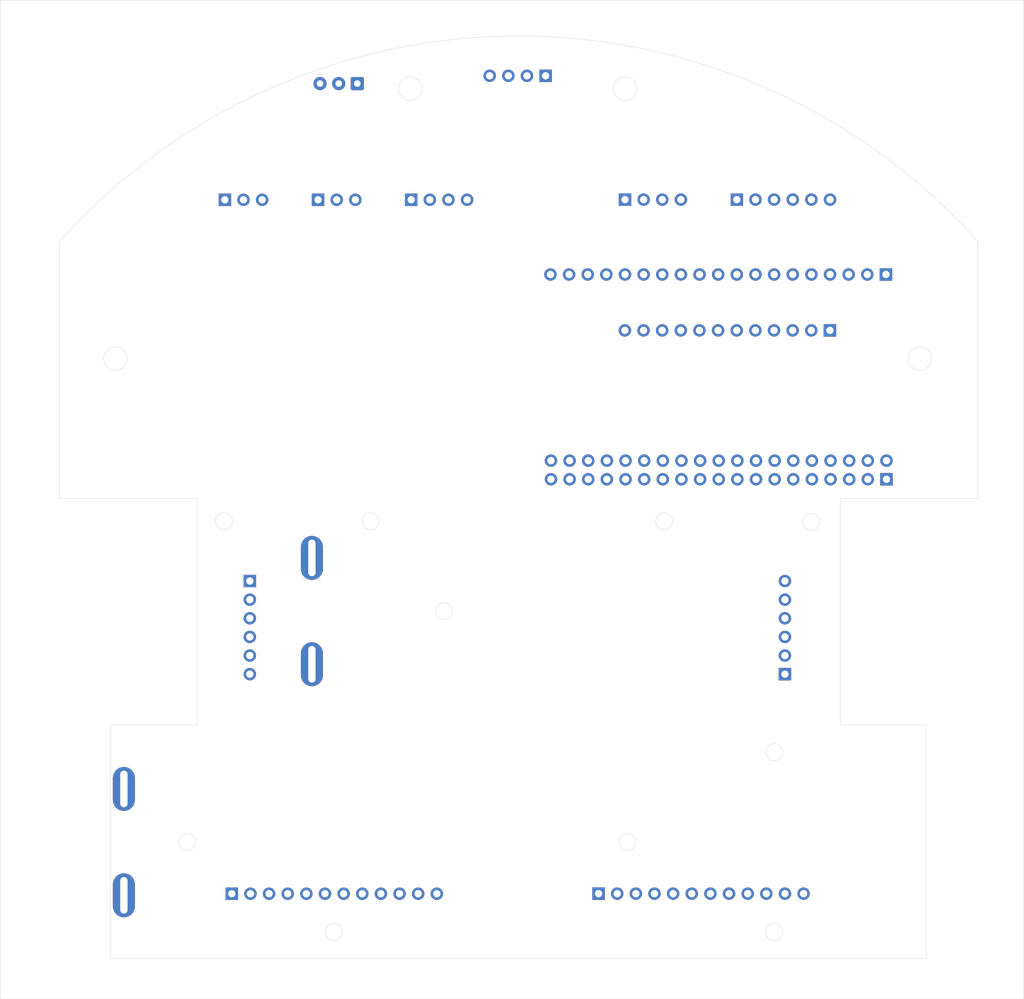
<source format=kicad_pcb>
(kicad_pcb (version 20171130) (host pcbnew "(5.1.6)-1")

  (general
    (thickness 1.6)
    (drawings 31)
    (tracks 0)
    (zones 0)
    (modules 18)
    (nets 55)
  )

  (page A4)
  (layers
    (0 F.Cu signal)
    (1 In1.Cu signal)
    (2 In2.Cu signal)
    (31 B.Cu signal)
    (32 B.Adhes user hide)
    (33 F.Adhes user hide)
    (34 B.Paste user hide)
    (35 F.Paste user hide)
    (36 B.SilkS user hide)
    (37 F.SilkS user)
    (38 B.Mask user hide)
    (39 F.Mask user)
    (40 Dwgs.User user)
    (41 Cmts.User user)
    (42 Eco1.User user)
    (43 Eco2.User user)
    (44 Edge.Cuts user)
    (45 Margin user)
    (46 B.CrtYd user hide)
    (47 F.CrtYd user hide)
    (48 B.Fab user hide)
    (49 F.Fab user hide)
  )

  (setup
    (last_trace_width 0.127)
    (user_trace_width 0.127)
    (user_trace_width 0.1524)
    (user_trace_width 0.254)
    (user_trace_width 0.3048)
    (user_trace_width 0.762)
    (user_trace_width 1.27)
    (user_trace_width 2.54)
    (trace_clearance 0.127)
    (zone_clearance 0.1524)
    (zone_45_only no)
    (trace_min 0.127)
    (via_size 0.4572)
    (via_drill 0.254)
    (via_min_size 0.4572)
    (via_min_drill 0.254)
    (user_via 0.4572 0.254)
    (uvia_size 0.3)
    (uvia_drill 0.1)
    (uvias_allowed no)
    (uvia_min_size 0.2)
    (uvia_min_drill 0.1)
    (edge_width 0.05)
    (segment_width 0.2)
    (pcb_text_width 0.3)
    (pcb_text_size 1.5 1.5)
    (mod_edge_width 0.12)
    (mod_text_size 1 1)
    (mod_text_width 0.15)
    (pad_size 1.524 1.524)
    (pad_drill 0.762)
    (pad_to_mask_clearance 0.001)
    (solder_mask_min_width 0.25)
    (aux_axis_origin 0 0)
    (visible_elements 7FFFFFFF)
    (pcbplotparams
      (layerselection 0x010f8_ffffffff)
      (usegerberextensions false)
      (usegerberattributes false)
      (usegerberadvancedattributes false)
      (creategerberjobfile false)
      (excludeedgelayer false)
      (linewidth 0.100000)
      (plotframeref false)
      (viasonmask false)
      (mode 1)
      (useauxorigin false)
      (hpglpennumber 1)
      (hpglpenspeed 20)
      (hpglpendiameter 15.000000)
      (psnegative false)
      (psa4output false)
      (plotreference true)
      (plotvalue true)
      (plotinvisibletext false)
      (padsonsilk false)
      (subtractmaskfromsilk false)
      (outputformat 1)
      (mirror false)
      (drillshape 0)
      (scaleselection 1)
      (outputdirectory "gerbers"))
  )

  (net 0 "")
  (net 1 GND)
  (net 2 +5V)
  (net 3 GPIO16)
  (net 4 GPIO33)
  (net 5 GPIO34)
  (net 6 +3V3)
  (net 7 EN)
  (net 8 GPIO36)
  (net 9 GPIO39)
  (net 10 GPIO35)
  (net 11 GPIO32)
  (net 12 GPIO25)
  (net 13 GPIO26)
  (net 14 GPIO13)
  (net 15 "Net-(J2-Pad16)")
  (net 16 "Net-(J2-Pad17)")
  (net 17 "Net-(J2-Pad18)")
  (net 18 GPIO23)
  (net 19 GPIO22)
  (net 20 GPIO14)
  (net 21 GPIO15)
  (net 22 GPIO27)
  (net 23 GPIO12)
  (net 24 "Net-(J5-Pad11)")
  (net 25 GPIO21)
  (net 26 GPIO17)
  (net 27 GPIO1)
  (net 28 GPIO19)
  (net 29 GPIO3)
  (net 30 GPIO18)
  (net 31 GPIO5)
  (net 32 GPIO4)
  (net 33 GPIO0)
  (net 34 GPIO2)
  (net 35 "Net-(J6-Pad33)")
  (net 36 "Net-(J6-Pad34)")
  (net 37 "Net-(J6-Pad36)")
  (net 38 "Net-(J6-Pad37)")
  (net 39 "Net-(J6-Pad38)")
  (net 40 SDA)
  (net 41 ML-)
  (net 42 ML+)
  (net 43 MR+)
  (net 44 MR-)
  (net 45 +BATT)
  (net 46 VBUS)
  (net 47 "Net-(TP2-Pad1)")
  (net 48 "Net-(D4-Pad1)")
  (net 49 "Net-(J5-Pad10)")
  (net 50 "Net-(J6-Pad1)")
  (net 51 "Net-(J6-Pad3)")
  (net 52 "Net-(J6-Pad5)")
  (net 53 "Net-(J7-Pad3)")
  (net 54 +5VL)

  (net_class Default "This is the default net class."
    (clearance 0.127)
    (trace_width 0.127)
    (via_dia 0.4572)
    (via_drill 0.254)
    (uvia_dia 0.3)
    (uvia_drill 0.1)
    (add_net +3V3)
    (add_net +5V)
    (add_net +5VL)
    (add_net +BATT)
    (add_net EN)
    (add_net GND)
    (add_net GPIO0)
    (add_net GPIO1)
    (add_net GPIO12)
    (add_net GPIO13)
    (add_net GPIO14)
    (add_net GPIO15)
    (add_net GPIO16)
    (add_net GPIO17)
    (add_net GPIO18)
    (add_net GPIO19)
    (add_net GPIO2)
    (add_net GPIO21)
    (add_net GPIO22)
    (add_net GPIO23)
    (add_net GPIO25)
    (add_net GPIO26)
    (add_net GPIO27)
    (add_net GPIO3)
    (add_net GPIO32)
    (add_net GPIO33)
    (add_net GPIO34)
    (add_net GPIO35)
    (add_net GPIO36)
    (add_net GPIO39)
    (add_net GPIO4)
    (add_net GPIO5)
    (add_net ML+)
    (add_net ML-)
    (add_net MR+)
    (add_net MR-)
    (add_net "Net-(D4-Pad1)")
    (add_net "Net-(J2-Pad16)")
    (add_net "Net-(J2-Pad17)")
    (add_net "Net-(J2-Pad18)")
    (add_net "Net-(J5-Pad10)")
    (add_net "Net-(J5-Pad11)")
    (add_net "Net-(J6-Pad1)")
    (add_net "Net-(J6-Pad3)")
    (add_net "Net-(J6-Pad33)")
    (add_net "Net-(J6-Pad34)")
    (add_net "Net-(J6-Pad36)")
    (add_net "Net-(J6-Pad37)")
    (add_net "Net-(J6-Pad38)")
    (add_net "Net-(J6-Pad5)")
    (add_net "Net-(J7-Pad3)")
    (add_net "Net-(TP2-Pad1)")
    (add_net SDA)
    (add_net VBUS)
  )

  (module unified:batterylug (layer F.Cu) (tedit 5F9B1688) (tstamp 5F645CBB)
    (at 90.9222 120.784)
    (path /5F731413)
    (fp_text reference TP2 (at 0 0.5) (layer F.SilkS) hide
      (effects (font (size 1 1) (thickness 0.15)))
    )
    (fp_text value TestPoint (at 0 -0.5) (layer F.Fab)
      (effects (font (size 1 1) (thickness 0.15)))
    )
    (pad 1 thru_hole oval (at 0 -5) (size 3 6) (drill oval 1 5) (layers *.Cu *.Mask)
      (net 47 "Net-(TP2-Pad1)"))
  )

  (module unified:batterylug (layer F.Cu) (tedit 5F9B1688) (tstamp 5F645CC5)
    (at 90.9222 106.284)
    (path /5F7319FF)
    (fp_text reference TP4 (at 0 0.5) (layer F.SilkS) hide
      (effects (font (size 1 1) (thickness 0.15)))
    )
    (fp_text value TestPoint (at 0 -0.5) (layer F.Fab)
      (effects (font (size 1 1) (thickness 0.15)))
    )
    (pad 1 thru_hole oval (at 0 -5) (size 3 6) (drill oval 1 5) (layers *.Cu *.Mask)
      (net 1 GND))
  )

  (module unified:batterylug (layer F.Cu) (tedit 5F9B1688) (tstamp 5F645CB6)
    (at 65.2972 152.284)
    (path /5F73093E)
    (fp_text reference TP1 (at 0 0.5) (layer F.SilkS) hide
      (effects (font (size 1 1) (thickness 0.15)))
    )
    (fp_text value TestPoint (at 0 -0.5) (layer F.Fab)
      (effects (font (size 1 1) (thickness 0.15)))
    )
    (pad 1 thru_hole oval (at 0 -5) (size 3 6) (drill oval 1 5) (layers *.Cu *.Mask)
      (net 45 +BATT))
  )

  (module unified:batterylug (layer F.Cu) (tedit 5F9B1688) (tstamp 5F645CC0)
    (at 65.2972 137.784)
    (path /5F731630)
    (fp_text reference TP3 (at 0 0.5) (layer F.SilkS) hide
      (effects (font (size 1 1) (thickness 0.15)))
    )
    (fp_text value TestPoint (at 0 -0.5) (layer F.Fab)
      (effects (font (size 1 1) (thickness 0.15)))
    )
    (pad 1 thru_hole oval (at 0 -5) (size 3 6) (drill oval 1 5) (layers *.Cu *.Mask)
      (net 47 "Net-(TP2-Pad1)"))
  )

  (module OptoDevice:Vishay_MINICAST-3Pin (layer F.Cu) (tedit 5F9B0AD8) (tstamp 5F9BD748)
    (at 97.11 36.61 180)
    (descr "IR Receiver Vishay TSOP-xxxx, MINICAST package, see https://www.vishay.com/docs/82669/tsop32s40f.pdf")
    (tags "IR Receiver Vishay TSOP-xxxx MINICAST")
    (path /5FA17FA5)
    (fp_text reference U4 (at 2.5 -2.4) (layer F.SilkS) hide
      (effects (font (size 1 1) (thickness 0.15)))
    )
    (fp_text value TSSP58038 (at 2.55 4.6) (layer F.Fab)
      (effects (font (size 1 1) (thickness 0.15)))
    )
    (fp_line (start 0.79 -1.4) (end 5.04 -1.4) (layer F.Fab) (width 0.1))
    (fp_line (start 5.04 -1.4) (end 5.04 1.4) (layer F.Fab) (width 0.1))
    (fp_line (start 5.04 1.4) (end 0.04 1.4) (layer F.Fab) (width 0.1))
    (fp_line (start 0.04 1.4) (end 0.04 -0.65) (layer F.Fab) (width 0.1))
    (fp_line (start -1.15 -1.65) (end 6.23 -1.65) (layer F.CrtYd) (width 0.05))
    (fp_line (start -1.15 -1.65) (end -1.15 3.7) (layer F.CrtYd) (width 0.05))
    (fp_line (start 6.23 3.7) (end 6.23 -1.65) (layer F.CrtYd) (width 0.05))
    (fp_line (start 6.23 3.7) (end -1.15 3.7) (layer F.CrtYd) (width 0.05))
    (fp_line (start 0.79 -1.4) (end 0.04 -0.65) (layer F.Fab) (width 0.1))
    (fp_text user %R (at 2.54 0 180) (layer F.Fab)
      (effects (font (size 1 1) (thickness 0.15)))
    )
    (fp_arc (start 2.54 1.4) (end 4.54 1.4) (angle 180) (layer F.Fab) (width 0.1))
    (pad 1 thru_hole roundrect (at 0 0 180) (size 1.8 1.8) (drill 0.9) (layers *.Cu *.Mask) (roundrect_rratio 0.139)
      (net 21 GPIO15))
    (pad 2 thru_hole circle (at 2.54 0 180) (size 1.8 1.8) (drill 0.9) (layers *.Cu *.Mask)
      (net 1 GND))
    (pad 3 thru_hole circle (at 5.08 0 180) (size 1.8 1.8) (drill 0.9) (layers *.Cu *.Mask)
      (net 6 +3V3))
    (model ${KISYS3DMOD}/OptoDevice.3dshapes/Vishay_MINICAST-3Pin.wrl
      (at (xyz 0 0 0))
      (scale (xyz 1 1 1))
      (rotate (xyz 0 0 0))
    )
  )

  (module Connector_PinSocket_2.54mm:PinSocket_2x19_P2.54mm_Vertical (layer F.Cu) (tedit 5F8621FE) (tstamp 5F644487)
    (at 169.221 90.5614 270)
    (descr "Through hole straight socket strip, 2x19, 2.54mm pitch, double cols (from Kicad 4.0.7), script generated")
    (tags "Through hole socket strip THT 2x19 2.54mm double row")
    (path /5F64EE4F)
    (fp_text reference J6 (at -1.27 -2.77 270) (layer F.SilkS) hide
      (effects (font (size 1 1) (thickness 0.15)))
    )
    (fp_text value Conn_02x19_Odd_Even (at -1.27 48.49 270) (layer F.Fab)
      (effects (font (size 1 1) (thickness 0.15)))
    )
    (fp_line (start -3.81 -1.27) (end 0.27 -1.27) (layer F.Fab) (width 0.1))
    (fp_line (start 0.27 -1.27) (end 1.27 -0.27) (layer F.Fab) (width 0.1))
    (fp_line (start 1.27 -0.27) (end 1.27 46.99) (layer F.Fab) (width 0.1))
    (fp_line (start 1.27 46.99) (end -3.81 46.99) (layer F.Fab) (width 0.1))
    (fp_line (start -3.81 46.99) (end -3.81 -1.27) (layer F.Fab) (width 0.1))
    (fp_line (start -4.34 -1.8) (end 1.76 -1.8) (layer F.CrtYd) (width 0.05))
    (fp_line (start 1.76 -1.8) (end 1.76 47.5) (layer F.CrtYd) (width 0.05))
    (fp_line (start 1.76 47.5) (end -4.34 47.5) (layer F.CrtYd) (width 0.05))
    (fp_line (start -4.34 47.5) (end -4.34 -1.8) (layer F.CrtYd) (width 0.05))
    (fp_text user %R (at -1.27 22.86) (layer F.Fab)
      (effects (font (size 1 1) (thickness 0.15)))
    )
    (pad 1 thru_hole rect (at 0 0 270) (size 1.7 1.7) (drill 1) (layers *.Cu *.Mask)
      (net 50 "Net-(J6-Pad1)"))
    (pad 2 thru_hole oval (at -2.54 0 270) (size 1.7 1.7) (drill 1) (layers *.Cu *.Mask)
      (net 1 GND))
    (pad 3 thru_hole oval (at 0 2.54 270) (size 1.7 1.7) (drill 1) (layers *.Cu *.Mask)
      (net 51 "Net-(J6-Pad3)"))
    (pad 4 thru_hole oval (at -2.54 2.54 270) (size 1.7 1.7) (drill 1) (layers *.Cu *.Mask)
      (net 18 GPIO23))
    (pad 5 thru_hole oval (at 0 5.08 270) (size 1.7 1.7) (drill 1) (layers *.Cu *.Mask)
      (net 52 "Net-(J6-Pad5)"))
    (pad 6 thru_hole oval (at -2.54 5.08 270) (size 1.7 1.7) (drill 1) (layers *.Cu *.Mask)
      (net 19 GPIO22))
    (pad 7 thru_hole oval (at 0 7.62 270) (size 1.7 1.7) (drill 1) (layers *.Cu *.Mask)
      (net 25 GPIO21))
    (pad 8 thru_hole oval (at -2.54 7.62 270) (size 1.7 1.7) (drill 1) (layers *.Cu *.Mask)
      (net 27 GPIO1))
    (pad 9 thru_hole oval (at 0 10.16 270) (size 1.7 1.7) (drill 1) (layers *.Cu *.Mask)
      (net 26 GPIO17))
    (pad 10 thru_hole oval (at -2.54 10.16 270) (size 1.7 1.7) (drill 1) (layers *.Cu *.Mask)
      (net 29 GPIO3))
    (pad 11 thru_hole oval (at 0 12.7 270) (size 1.7 1.7) (drill 1) (layers *.Cu *.Mask)
      (net 3 GPIO16))
    (pad 12 thru_hole oval (at -2.54 12.7 270) (size 1.7 1.7) (drill 1) (layers *.Cu *.Mask)
      (net 25 GPIO21))
    (pad 13 thru_hole oval (at 0 15.24 270) (size 1.7 1.7) (drill 1) (layers *.Cu *.Mask)
      (net 28 GPIO19))
    (pad 14 thru_hole oval (at -2.54 15.24 270) (size 1.7 1.7) (drill 1) (layers *.Cu *.Mask)
      (net 1 GND))
    (pad 15 thru_hole oval (at 0 17.78 270) (size 1.7 1.7) (drill 1) (layers *.Cu *.Mask)
      (net 30 GPIO18))
    (pad 16 thru_hole oval (at -2.54 17.78 270) (size 1.7 1.7) (drill 1) (layers *.Cu *.Mask)
      (net 28 GPIO19))
    (pad 17 thru_hole oval (at 0 20.32 270) (size 1.7 1.7) (drill 1) (layers *.Cu *.Mask)
      (net 31 GPIO5))
    (pad 18 thru_hole oval (at -2.54 20.32 270) (size 1.7 1.7) (drill 1) (layers *.Cu *.Mask)
      (net 30 GPIO18))
    (pad 19 thru_hole oval (at 0 22.86 270) (size 1.7 1.7) (drill 1) (layers *.Cu *.Mask)
      (net 32 GPIO4))
    (pad 20 thru_hole oval (at -2.54 22.86 270) (size 1.7 1.7) (drill 1) (layers *.Cu *.Mask)
      (net 31 GPIO5))
    (pad 21 thru_hole oval (at 0 25.4 270) (size 1.7 1.7) (drill 1) (layers *.Cu *.Mask)
      (net 8 GPIO36))
    (pad 22 thru_hole oval (at -2.54 25.4 270) (size 1.7 1.7) (drill 1) (layers *.Cu *.Mask)
      (net 26 GPIO17))
    (pad 23 thru_hole oval (at 0 27.94 270) (size 1.7 1.7) (drill 1) (layers *.Cu *.Mask)
      (net 9 GPIO39))
    (pad 24 thru_hole oval (at -2.54 27.94 270) (size 1.7 1.7) (drill 1) (layers *.Cu *.Mask)
      (net 3 GPIO16))
    (pad 25 thru_hole oval (at 0 30.48 270) (size 1.7 1.7) (drill 1) (layers *.Cu *.Mask)
      (net 5 GPIO34))
    (pad 26 thru_hole oval (at -2.54 30.48 270) (size 1.7 1.7) (drill 1) (layers *.Cu *.Mask)
      (net 32 GPIO4))
    (pad 27 thru_hole oval (at 0 33.02 270) (size 1.7 1.7) (drill 1) (layers *.Cu *.Mask)
      (net 12 GPIO25))
    (pad 28 thru_hole oval (at -2.54 33.02 270) (size 1.7 1.7) (drill 1) (layers *.Cu *.Mask)
      (net 33 GPIO0))
    (pad 29 thru_hole oval (at 0 35.56 270) (size 1.7 1.7) (drill 1) (layers *.Cu *.Mask)
      (net 13 GPIO26))
    (pad 30 thru_hole oval (at -2.54 35.56 270) (size 1.7 1.7) (drill 1) (layers *.Cu *.Mask)
      (net 34 GPIO2))
    (pad 31 thru_hole oval (at 0 38.1 270) (size 1.7 1.7) (drill 1) (layers *.Cu *.Mask)
      (net 1 GND))
    (pad 32 thru_hole oval (at -2.54 38.1 270) (size 1.7 1.7) (drill 1) (layers *.Cu *.Mask)
      (net 21 GPIO15))
    (pad 33 thru_hole oval (at 0 40.64 270) (size 1.7 1.7) (drill 1) (layers *.Cu *.Mask)
      (net 35 "Net-(J6-Pad33)"))
    (pad 34 thru_hole oval (at -2.54 40.64 270) (size 1.7 1.7) (drill 1) (layers *.Cu *.Mask)
      (net 36 "Net-(J6-Pad34)"))
    (pad 35 thru_hole oval (at 0 43.18 270) (size 1.7 1.7) (drill 1) (layers *.Cu *.Mask)
      (net 6 +3V3))
    (pad 36 thru_hole oval (at -2.54 43.18 270) (size 1.7 1.7) (drill 1) (layers *.Cu *.Mask)
      (net 37 "Net-(J6-Pad36)"))
    (pad 37 thru_hole oval (at 0 45.72 270) (size 1.7 1.7) (drill 1) (layers *.Cu *.Mask)
      (net 38 "Net-(J6-Pad37)"))
    (pad 38 thru_hole oval (at -2.54 45.72 270) (size 1.7 1.7) (drill 1) (layers *.Cu *.Mask)
      (net 39 "Net-(J6-Pad38)"))
    (model ${KISYS3DMOD}/Connector_PinSocket_2.54mm.3dshapes/PinSocket_2x19_P2.54mm_Vertical.wrl
      (at (xyz 0 0 0))
      (scale (xyz 1 1 1))
      (rotate (xyz 0 0 0))
    )
  )

  (module Connector_PinSocket_2.54mm:PinSocket_1x12_P2.54mm_Vertical (layer F.Cu) (tedit 5F8621DC) (tstamp 5F64444B)
    (at 161.514 70.2615 270)
    (descr "Through hole straight socket strip, 1x12, 2.54mm pitch, single row (from Kicad 4.0.7), script generated")
    (tags "Through hole socket strip THT 1x12 2.54mm single row")
    (path /5EEA014D)
    (fp_text reference J5 (at 0 -2.77 270) (layer F.SilkS) hide
      (effects (font (size 1 1) (thickness 0.15)))
    )
    (fp_text value THING (at 0 30.71 270) (layer F.Fab)
      (effects (font (size 1 1) (thickness 0.15)))
    )
    (fp_line (start -1.27 -1.27) (end 0.635 -1.27) (layer F.Fab) (width 0.1))
    (fp_line (start 0.635 -1.27) (end 1.27 -0.635) (layer F.Fab) (width 0.1))
    (fp_line (start 1.27 -0.635) (end 1.27 29.21) (layer F.Fab) (width 0.1))
    (fp_line (start 1.27 29.21) (end -1.27 29.21) (layer F.Fab) (width 0.1))
    (fp_line (start -1.27 29.21) (end -1.27 -1.27) (layer F.Fab) (width 0.1))
    (fp_line (start -1.8 -1.8) (end 1.75 -1.8) (layer F.CrtYd) (width 0.05))
    (fp_line (start 1.75 -1.8) (end 1.75 29.7) (layer F.CrtYd) (width 0.05))
    (fp_line (start 1.75 29.7) (end -1.8 29.7) (layer F.CrtYd) (width 0.05))
    (fp_line (start -1.8 29.7) (end -1.8 -1.8) (layer F.CrtYd) (width 0.05))
    (fp_text user %R (at 0 13.97) (layer F.Fab)
      (effects (font (size 1 1) (thickness 0.15)))
    )
    (pad 1 thru_hole rect (at 0 0 270) (size 1.7 1.7) (drill 1) (layers *.Cu *.Mask)
      (net 18 GPIO23))
    (pad 2 thru_hole oval (at 0 2.54 270) (size 1.7 1.7) (drill 1) (layers *.Cu *.Mask)
      (net 19 GPIO22))
    (pad 3 thru_hole oval (at 0 5.08 270) (size 1.7 1.7) (drill 1) (layers *.Cu *.Mask)
      (net 20 GPIO14))
    (pad 4 thru_hole oval (at 0 7.62 270) (size 1.7 1.7) (drill 1) (layers *.Cu *.Mask)
      (net 11 GPIO32))
    (pad 5 thru_hole oval (at 0 10.16 270) (size 1.7 1.7) (drill 1) (layers *.Cu *.Mask)
      (net 21 GPIO15))
    (pad 6 thru_hole oval (at 0 12.7 270) (size 1.7 1.7) (drill 1) (layers *.Cu *.Mask)
      (net 4 GPIO33))
    (pad 7 thru_hole oval (at 0 15.24 270) (size 1.7 1.7) (drill 1) (layers *.Cu *.Mask)
      (net 22 GPIO27))
    (pad 8 thru_hole oval (at 0 17.78 270) (size 1.7 1.7) (drill 1) (layers *.Cu *.Mask)
      (net 23 GPIO12))
    (pad 9 thru_hole oval (at 0 20.32 270) (size 1.7 1.7) (drill 1) (layers *.Cu *.Mask)
      (net 14 GPIO13))
    (pad 10 thru_hole oval (at 0 22.86 270) (size 1.7 1.7) (drill 1) (layers *.Cu *.Mask)
      (net 49 "Net-(J5-Pad10)"))
    (pad 11 thru_hole oval (at 0 25.4 270) (size 1.7 1.7) (drill 1) (layers *.Cu *.Mask)
      (net 24 "Net-(J5-Pad11)"))
    (pad 12 thru_hole oval (at 0 27.94 270) (size 1.7 1.7) (drill 1) (layers *.Cu *.Mask)
      (net 48 "Net-(D4-Pad1)"))
    (model ${KISYS3DMOD}/Connector_PinSocket_2.54mm.3dshapes/PinSocket_1x12_P2.54mm_Vertical.wrl
      (at (xyz 0 0 0))
      (scale (xyz 1 1 1))
      (rotate (xyz 0 0 0))
    )
  )

  (module Connector_PinSocket_2.54mm:PinSocket_1x06_P2.54mm_Vertical (layer F.Cu) (tedit 5F8621C2) (tstamp 5F8611E3)
    (at 148.829 52.4295 90)
    (descr "Through hole straight socket strip, 1x06, 2.54mm pitch, single row (from Kicad 4.0.7), script generated")
    (tags "Through hole socket strip THT 1x06 2.54mm single row")
    (path /5F879B4D)
    (fp_text reference J8 (at 0 -2.77 90) (layer F.SilkS) hide
      (effects (font (size 1 1) (thickness 0.15)))
    )
    (fp_text value SPI (at 0 15.47 90) (layer F.Fab)
      (effects (font (size 1 1) (thickness 0.15)))
    )
    (fp_line (start -1.8 14.45) (end -1.8 -1.8) (layer F.CrtYd) (width 0.05))
    (fp_line (start 1.75 14.45) (end -1.8 14.45) (layer F.CrtYd) (width 0.05))
    (fp_line (start 1.75 -1.8) (end 1.75 14.45) (layer F.CrtYd) (width 0.05))
    (fp_line (start -1.8 -1.8) (end 1.75 -1.8) (layer F.CrtYd) (width 0.05))
    (fp_line (start -1.27 13.97) (end -1.27 -1.27) (layer F.Fab) (width 0.1))
    (fp_line (start 1.27 13.97) (end -1.27 13.97) (layer F.Fab) (width 0.1))
    (fp_line (start 1.27 -0.635) (end 1.27 13.97) (layer F.Fab) (width 0.1))
    (fp_line (start 0.635 -1.27) (end 1.27 -0.635) (layer F.Fab) (width 0.1))
    (fp_line (start -1.27 -1.27) (end 0.635 -1.27) (layer F.Fab) (width 0.1))
    (fp_text user %R (at 0 6.35 180) (layer F.Fab)
      (effects (font (size 1 1) (thickness 0.15)))
    )
    (pad 1 thru_hole rect (at 0 0 90) (size 1.7 1.7) (drill 1) (layers *.Cu *.Mask)
      (net 6 +3V3))
    (pad 2 thru_hole oval (at 0 2.54 90) (size 1.7 1.7) (drill 1) (layers *.Cu *.Mask)
      (net 18 GPIO23))
    (pad 3 thru_hole oval (at 0 5.08 90) (size 1.7 1.7) (drill 1) (layers *.Cu *.Mask)
      (net 28 GPIO19))
    (pad 4 thru_hole oval (at 0 7.62 90) (size 1.7 1.7) (drill 1) (layers *.Cu *.Mask)
      (net 30 GPIO18))
    (pad 5 thru_hole oval (at 0 10.16 90) (size 1.7 1.7) (drill 1) (layers *.Cu *.Mask)
      (net 31 GPIO5))
    (pad 6 thru_hole oval (at 0 12.7 90) (size 1.7 1.7) (drill 1) (layers *.Cu *.Mask)
      (net 1 GND))
    (model ${KISYS3DMOD}/Connector_PinSocket_2.54mm.3dshapes/PinSocket_1x06_P2.54mm_Vertical.wrl
      (at (xyz 0 0 0))
      (scale (xyz 1 1 1))
      (rotate (xyz 0 0 0))
    )
  )

  (module Connector_PinSocket_2.54mm:PinSocket_1x04_P2.54mm_Vertical (layer F.Cu) (tedit 5F8621A6) (tstamp 5F6444D2)
    (at 133.589 52.4295 90)
    (descr "Through hole straight socket strip, 1x04, 2.54mm pitch, single row (from Kicad 4.0.7), script generated")
    (tags "Through hole socket strip THT 1x04 2.54mm single row")
    (path /5F351CBA)
    (fp_text reference J9 (at 0 -2.77 90) (layer F.SilkS) hide
      (effects (font (size 1 1) (thickness 0.15)))
    )
    (fp_text value i2c (at 0 10.39 90) (layer F.Fab)
      (effects (font (size 1 1) (thickness 0.15)))
    )
    (fp_line (start -1.8 9.4) (end -1.8 -1.8) (layer F.CrtYd) (width 0.05))
    (fp_line (start 1.75 9.4) (end -1.8 9.4) (layer F.CrtYd) (width 0.05))
    (fp_line (start 1.75 -1.8) (end 1.75 9.4) (layer F.CrtYd) (width 0.05))
    (fp_line (start -1.8 -1.8) (end 1.75 -1.8) (layer F.CrtYd) (width 0.05))
    (fp_line (start -1.27 8.89) (end -1.27 -1.27) (layer F.Fab) (width 0.1))
    (fp_line (start 1.27 8.89) (end -1.27 8.89) (layer F.Fab) (width 0.1))
    (fp_line (start 1.27 -0.635) (end 1.27 8.89) (layer F.Fab) (width 0.1))
    (fp_line (start 0.635 -1.27) (end 1.27 -0.635) (layer F.Fab) (width 0.1))
    (fp_line (start -1.27 -1.27) (end 0.635 -1.27) (layer F.Fab) (width 0.1))
    (fp_text user %R (at 0 3.81 180) (layer F.Fab)
      (effects (font (size 1 1) (thickness 0.15)))
    )
    (pad 4 thru_hole oval (at 0 7.62 90) (size 1.7 1.7) (drill 1) (layers *.Cu *.Mask)
      (net 1 GND))
    (pad 3 thru_hole oval (at 0 5.08 90) (size 1.7 1.7) (drill 1) (layers *.Cu *.Mask)
      (net 40 SDA))
    (pad 2 thru_hole oval (at 0 2.54 90) (size 1.7 1.7) (drill 1) (layers *.Cu *.Mask)
      (net 19 GPIO22))
    (pad 1 thru_hole rect (at 0 0 90) (size 1.7 1.7) (drill 1) (layers *.Cu *.Mask)
      (net 6 +3V3))
    (model ${KISYS3DMOD}/Connector_PinSocket_2.54mm.3dshapes/PinSocket_1x04_P2.54mm_Vertical.wrl
      (at (xyz 0 0 0))
      (scale (xyz 1 1 1))
      (rotate (xyz 0 0 0))
    )
  )

  (module Connector_PinSocket_2.54mm:PinSocket_1x04_P2.54mm_Vertical (layer F.Cu) (tedit 5F862188) (tstamp 5F64449F)
    (at 122.77 35.55 270)
    (descr "Through hole straight socket strip, 1x04, 2.54mm pitch, single row (from Kicad 4.0.7), script generated")
    (tags "Through hole socket strip THT 1x04 2.54mm single row")
    (path /5EE97506)
    (fp_text reference J7 (at 0 -2.77 270) (layer F.SilkS) hide
      (effects (font (size 1 1) (thickness 0.15)))
    )
    (fp_text value Ultrasonic. (at 0 10.39 270) (layer F.Fab) hide
      (effects (font (size 1 1) (thickness 0.15)))
    )
    (fp_line (start -1.27 -1.27) (end 0.635 -1.27) (layer F.Fab) (width 0.1))
    (fp_line (start 0.635 -1.27) (end 1.27 -0.635) (layer F.Fab) (width 0.1))
    (fp_line (start 1.27 -0.635) (end 1.27 8.89) (layer F.Fab) (width 0.1))
    (fp_line (start 1.27 8.89) (end -1.27 8.89) (layer F.Fab) (width 0.1))
    (fp_line (start -1.27 8.89) (end -1.27 -1.27) (layer F.Fab) (width 0.1))
    (fp_line (start -1.8 -1.8) (end 1.75 -1.8) (layer F.CrtYd) (width 0.05))
    (fp_line (start 1.75 -1.8) (end 1.75 9.4) (layer F.CrtYd) (width 0.05))
    (fp_line (start 1.75 9.4) (end -1.8 9.4) (layer F.CrtYd) (width 0.05))
    (fp_line (start -1.8 9.4) (end -1.8 -1.8) (layer F.CrtYd) (width 0.05))
    (fp_text user %R (at 0 3.81) (layer F.Fab) hide
      (effects (font (size 1 1) (thickness 0.15)))
    )
    (pad 1 thru_hole rect (at 0 0 270) (size 1.7 1.7) (drill 1) (layers *.Cu *.Mask)
      (net 54 +5VL))
    (pad 2 thru_hole oval (at 0 2.54 270) (size 1.7 1.7) (drill 1) (layers *.Cu *.Mask)
      (net 3 GPIO16))
    (pad 3 thru_hole oval (at 0 5.08 270) (size 1.7 1.7) (drill 1) (layers *.Cu *.Mask)
      (net 53 "Net-(J7-Pad3)"))
    (pad 4 thru_hole oval (at 0 7.62 270) (size 1.7 1.7) (drill 1) (layers *.Cu *.Mask)
      (net 1 GND))
    (model ${KISYS3DMOD}/Connector_PinSocket_2.54mm.3dshapes/PinSocket_1x04_P2.54mm_Vertical.wrl
      (at (xyz 0 0 0))
      (scale (xyz 1 1 1))
      (rotate (xyz 0 0 0))
    )
  )

  (module Connector_PinSocket_2.54mm:PinSocket_1x04_P2.54mm_Vertical (layer F.Cu) (tedit 5F862167) (tstamp 5F67950D)
    (at 104.45 52.45 90)
    (descr "Through hole straight socket strip, 1x04, 2.54mm pitch, single row (from Kicad 4.0.7), script generated")
    (tags "Through hole socket strip THT 1x04 2.54mm single row")
    (path /5F02C6DF)
    (fp_text reference J1 (at 0 -2.77 90) (layer F.SilkS) hide
      (effects (font (size 1 1) (thickness 0.15)))
    )
    (fp_text value ServoAnalog (at 0 10.39 90) (layer F.Fab)
      (effects (font (size 1 1) (thickness 0.15)))
    )
    (fp_line (start -1.27 -1.27) (end 0.635 -1.27) (layer F.Fab) (width 0.1))
    (fp_line (start 0.635 -1.27) (end 1.27 -0.635) (layer F.Fab) (width 0.1))
    (fp_line (start 1.27 -0.635) (end 1.27 8.89) (layer F.Fab) (width 0.1))
    (fp_line (start 1.27 8.89) (end -1.27 8.89) (layer F.Fab) (width 0.1))
    (fp_line (start -1.27 8.89) (end -1.27 -1.27) (layer F.Fab) (width 0.1))
    (fp_line (start -1.8 -1.8) (end 1.75 -1.8) (layer F.CrtYd) (width 0.05))
    (fp_line (start 1.75 -1.8) (end 1.75 9.4) (layer F.CrtYd) (width 0.05))
    (fp_line (start 1.75 9.4) (end -1.8 9.4) (layer F.CrtYd) (width 0.05))
    (fp_line (start -1.8 9.4) (end -1.8 -1.8) (layer F.CrtYd) (width 0.05))
    (fp_text user %R (at 0 3.81 180) (layer F.Fab)
      (effects (font (size 1 1) (thickness 0.15)))
    )
    (pad 1 thru_hole rect (at 0 0 90) (size 1.7 1.7) (drill 1) (layers *.Cu *.Mask)
      (net 1 GND))
    (pad 2 thru_hole oval (at 0 2.54 90) (size 1.7 1.7) (drill 1) (layers *.Cu *.Mask)
      (net 2 +5V))
    (pad 3 thru_hole oval (at 0 5.08 90) (size 1.7 1.7) (drill 1) (layers *.Cu *.Mask)
      (net 4 GPIO33))
    (pad 4 thru_hole oval (at 0 7.62 90) (size 1.7 1.7) (drill 1) (layers *.Cu *.Mask)
      (net 5 GPIO34))
    (model ${KISYS3DMOD}/Connector_PinSocket_2.54mm.3dshapes/PinSocket_1x04_P2.54mm_Vertical.wrl
      (at (xyz 0 0 0))
      (scale (xyz 1 1 1))
      (rotate (xyz 0 0 0))
    )
  )

  (module Connector_PinSocket_2.54mm:PinSocket_1x19_P2.54mm_Vertical (layer F.Cu) (tedit 5F862150) (tstamp 5F6443FD)
    (at 169.149 62.6395 270)
    (descr "Through hole straight socket strip, 1x19, 2.54mm pitch, single row (from Kicad 4.0.7), script generated")
    (tags "Through hole socket strip THT 1x19 2.54mm single row")
    (path /5F01D059)
    (fp_text reference J2 (at 0 -2.77 270) (layer F.SilkS) hide
      (effects (font (size 1 1) (thickness 0.15)))
    )
    (fp_text value Conn_01x19_Female (at 0 48.49 270) (layer F.Fab)
      (effects (font (size 1 1) (thickness 0.15)))
    )
    (fp_line (start -1.27 -1.27) (end 0.635 -1.27) (layer F.Fab) (width 0.1))
    (fp_line (start 0.635 -1.27) (end 1.27 -0.635) (layer F.Fab) (width 0.1))
    (fp_line (start 1.27 -0.635) (end 1.27 46.99) (layer F.Fab) (width 0.1))
    (fp_line (start 1.27 46.99) (end -1.27 46.99) (layer F.Fab) (width 0.1))
    (fp_line (start -1.27 46.99) (end -1.27 -1.27) (layer F.Fab) (width 0.1))
    (fp_line (start -1.8 -1.8) (end 1.75 -1.8) (layer F.CrtYd) (width 0.05))
    (fp_line (start 1.75 -1.8) (end 1.75 47.5) (layer F.CrtYd) (width 0.05))
    (fp_line (start 1.75 47.5) (end -1.8 47.5) (layer F.CrtYd) (width 0.05))
    (fp_line (start -1.8 47.5) (end -1.8 -1.8) (layer F.CrtYd) (width 0.05))
    (fp_text user %R (at 0 22.86 180) (layer F.Fab)
      (effects (font (size 1 1) (thickness 0.15)))
    )
    (pad 1 thru_hole rect (at 0 0 270) (size 1.7 1.7) (drill 1) (layers *.Cu *.Mask)
      (net 6 +3V3))
    (pad 2 thru_hole oval (at 0 2.54 270) (size 1.7 1.7) (drill 1) (layers *.Cu *.Mask)
      (net 7 EN))
    (pad 3 thru_hole oval (at 0 5.08 270) (size 1.7 1.7) (drill 1) (layers *.Cu *.Mask)
      (net 8 GPIO36))
    (pad 4 thru_hole oval (at 0 7.62 270) (size 1.7 1.7) (drill 1) (layers *.Cu *.Mask)
      (net 9 GPIO39))
    (pad 5 thru_hole oval (at 0 10.16 270) (size 1.7 1.7) (drill 1) (layers *.Cu *.Mask)
      (net 5 GPIO34))
    (pad 6 thru_hole oval (at 0 12.7 270) (size 1.7 1.7) (drill 1) (layers *.Cu *.Mask)
      (net 10 GPIO35))
    (pad 7 thru_hole oval (at 0 15.24 270) (size 1.7 1.7) (drill 1) (layers *.Cu *.Mask)
      (net 11 GPIO32))
    (pad 8 thru_hole oval (at 0 17.78 270) (size 1.7 1.7) (drill 1) (layers *.Cu *.Mask)
      (net 4 GPIO33))
    (pad 9 thru_hole oval (at 0 20.32 270) (size 1.7 1.7) (drill 1) (layers *.Cu *.Mask)
      (net 12 GPIO25))
    (pad 10 thru_hole oval (at 0 22.86 270) (size 1.7 1.7) (drill 1) (layers *.Cu *.Mask)
      (net 13 GPIO26))
    (pad 11 thru_hole oval (at 0 25.4 270) (size 1.7 1.7) (drill 1) (layers *.Cu *.Mask)
      (net 22 GPIO27))
    (pad 12 thru_hole oval (at 0 27.94 270) (size 1.7 1.7) (drill 1) (layers *.Cu *.Mask)
      (net 20 GPIO14))
    (pad 13 thru_hole oval (at 0 30.48 270) (size 1.7 1.7) (drill 1) (layers *.Cu *.Mask)
      (net 23 GPIO12))
    (pad 14 thru_hole oval (at 0 33.02 270) (size 1.7 1.7) (drill 1) (layers *.Cu *.Mask)
      (net 1 GND))
    (pad 15 thru_hole oval (at 0 35.56 270) (size 1.7 1.7) (drill 1) (layers *.Cu *.Mask)
      (net 14 GPIO13))
    (pad 16 thru_hole oval (at 0 38.1 270) (size 1.7 1.7) (drill 1) (layers *.Cu *.Mask)
      (net 15 "Net-(J2-Pad16)"))
    (pad 17 thru_hole oval (at 0 40.64 270) (size 1.7 1.7) (drill 1) (layers *.Cu *.Mask)
      (net 16 "Net-(J2-Pad17)"))
    (pad 18 thru_hole oval (at 0 43.18 270) (size 1.7 1.7) (drill 1) (layers *.Cu *.Mask)
      (net 17 "Net-(J2-Pad18)"))
    (pad 19 thru_hole oval (at 0 45.72 270) (size 1.7 1.7) (drill 1) (layers *.Cu *.Mask)
      (net 54 +5VL))
    (model ${KISYS3DMOD}/Connector_PinSocket_2.54mm.3dshapes/PinSocket_1x19_P2.54mm_Vertical.wrl
      (at (xyz 0 0 0))
      (scale (xyz 1 1 1))
      (rotate (xyz 0 0 0))
    )
  )

  (module Connector_PinSocket_2.54mm:PinSocket_1x03_P2.54mm_Vertical (layer F.Cu) (tedit 5F862131) (tstamp 5F64442B)
    (at 91.76 52.4545 90)
    (descr "Through hole straight socket strip, 1x03, 2.54mm pitch, single row (from Kicad 4.0.7), script generated")
    (tags "Through hole socket strip THT 1x03 2.54mm single row")
    (path /5EE96798)
    (fp_text reference J4 (at 0 -2.77 90) (layer F.SilkS) hide
      (effects (font (size 1 1) (thickness 0.15)))
    )
    (fp_text value LineSensor (at 0 7.85 90) (layer F.Fab)
      (effects (font (size 1 1) (thickness 0.15)))
    )
    (fp_line (start -1.8 6.85) (end -1.8 -1.8) (layer F.CrtYd) (width 0.05))
    (fp_line (start 1.75 6.85) (end -1.8 6.85) (layer F.CrtYd) (width 0.05))
    (fp_line (start 1.75 -1.8) (end 1.75 6.85) (layer F.CrtYd) (width 0.05))
    (fp_line (start -1.8 -1.8) (end 1.75 -1.8) (layer F.CrtYd) (width 0.05))
    (fp_line (start -1.27 6.35) (end -1.27 -1.27) (layer F.Fab) (width 0.1))
    (fp_line (start 1.27 6.35) (end -1.27 6.35) (layer F.Fab) (width 0.1))
    (fp_line (start 1.27 -0.635) (end 1.27 6.35) (layer F.Fab) (width 0.1))
    (fp_line (start 0.635 -1.27) (end 1.27 -0.635) (layer F.Fab) (width 0.1))
    (fp_line (start -1.27 -1.27) (end 0.635 -1.27) (layer F.Fab) (width 0.1))
    (fp_text user %R (at 0 2.54 180) (layer F.Fab)
      (effects (font (size 1 1) (thickness 0.15)))
    )
    (pad 3 thru_hole oval (at 0 5.08 90) (size 1.7 1.7) (drill 1) (layers *.Cu *.Mask)
      (net 6 +3V3))
    (pad 2 thru_hole oval (at 0 2.54 90) (size 1.7 1.7) (drill 1) (layers *.Cu *.Mask)
      (net 9 GPIO39))
    (pad 1 thru_hole rect (at 0 0 90) (size 1.7 1.7) (drill 1) (layers *.Cu *.Mask)
      (net 1 GND))
    (model ${KISYS3DMOD}/Connector_PinSocket_2.54mm.3dshapes/PinSocket_1x03_P2.54mm_Vertical.wrl
      (at (xyz 0 0 0))
      (scale (xyz 1 1 1))
      (rotate (xyz 0 0 0))
    )
  )

  (module Connector_PinSocket_2.54mm:PinSocket_1x03_P2.54mm_Vertical (layer F.Cu) (tedit 5F86211C) (tstamp 5F644414)
    (at 79.06 52.4545 90)
    (descr "Through hole straight socket strip, 1x03, 2.54mm pitch, single row (from Kicad 4.0.7), script generated")
    (tags "Through hole socket strip THT 1x03 2.54mm single row")
    (path /5EE97251)
    (fp_text reference J3 (at 0 -2.77 90) (layer F.SilkS) hide
      (effects (font (size 1 1) (thickness 0.15)))
    )
    (fp_text value LineSensor (at 0 7.85 90) (layer F.Fab)
      (effects (font (size 1 1) (thickness 0.15)))
    )
    (fp_line (start -1.27 -1.27) (end 0.635 -1.27) (layer F.Fab) (width 0.1))
    (fp_line (start 0.635 -1.27) (end 1.27 -0.635) (layer F.Fab) (width 0.1))
    (fp_line (start 1.27 -0.635) (end 1.27 6.35) (layer F.Fab) (width 0.1))
    (fp_line (start 1.27 6.35) (end -1.27 6.35) (layer F.Fab) (width 0.1))
    (fp_line (start -1.27 6.35) (end -1.27 -1.27) (layer F.Fab) (width 0.1))
    (fp_line (start -1.8 -1.8) (end 1.75 -1.8) (layer F.CrtYd) (width 0.05))
    (fp_line (start 1.75 -1.8) (end 1.75 6.85) (layer F.CrtYd) (width 0.05))
    (fp_line (start 1.75 6.85) (end -1.8 6.85) (layer F.CrtYd) (width 0.05))
    (fp_line (start -1.8 6.85) (end -1.8 -1.8) (layer F.CrtYd) (width 0.05))
    (fp_text user %R (at 0 2.54 180) (layer F.Fab)
      (effects (font (size 1 1) (thickness 0.15)))
    )
    (pad 1 thru_hole rect (at 0 0 90) (size 1.7 1.7) (drill 1) (layers *.Cu *.Mask)
      (net 1 GND))
    (pad 2 thru_hole oval (at 0 2.54 90) (size 1.7 1.7) (drill 1) (layers *.Cu *.Mask)
      (net 8 GPIO36))
    (pad 3 thru_hole oval (at 0 5.08 90) (size 1.7 1.7) (drill 1) (layers *.Cu *.Mask)
      (net 6 +3V3))
    (model ${KISYS3DMOD}/Connector_PinSocket_2.54mm.3dshapes/PinSocket_1x03_P2.54mm_Vertical.wrl
      (at (xyz 0 0 0))
      (scale (xyz 1 1 1))
      (rotate (xyz 0 0 0))
    )
  )

  (module Connector_PinSocket_2.54mm:PinSocket_1x06_P2.54mm_Vertical (layer F.Cu) (tedit 5F8620DB) (tstamp 5F64453E)
    (at 155.382 117.134 180)
    (descr "Through hole straight socket strip, 1x06, 2.54mm pitch, single row (from Kicad 4.0.7), script generated")
    (tags "Through hole socket strip THT 1x06 2.54mm single row")
    (path /5EEA38A0)
    (fp_text reference J13 (at 0 -2.77 180) (layer F.SilkS) hide
      (effects (font (size 1 1) (thickness 0.15)))
    )
    (fp_text value ROMI-Encoder (at 0 15.47 180) (layer F.Fab)
      (effects (font (size 1 1) (thickness 0.15)))
    )
    (fp_line (start -1.27 -1.27) (end 0.635 -1.27) (layer F.Fab) (width 0.1))
    (fp_line (start 0.635 -1.27) (end 1.27 -0.635) (layer F.Fab) (width 0.1))
    (fp_line (start 1.27 -0.635) (end 1.27 13.97) (layer F.Fab) (width 0.1))
    (fp_line (start 1.27 13.97) (end -1.27 13.97) (layer F.Fab) (width 0.1))
    (fp_line (start -1.27 13.97) (end -1.27 -1.27) (layer F.Fab) (width 0.1))
    (fp_line (start -1.8 -1.8) (end 1.75 -1.8) (layer F.CrtYd) (width 0.05))
    (fp_line (start 1.75 -1.8) (end 1.75 14.45) (layer F.CrtYd) (width 0.05))
    (fp_line (start 1.75 14.45) (end -1.8 14.45) (layer F.CrtYd) (width 0.05))
    (fp_line (start -1.8 14.45) (end -1.8 -1.8) (layer F.CrtYd) (width 0.05))
    (fp_text user %R (at 0 6.35 270) (layer F.Fab)
      (effects (font (size 1 1) (thickness 0.15)))
    )
    (pad 1 thru_hole rect (at 0 0 180) (size 1.7 1.7) (drill 1) (layers *.Cu *.Mask)
      (net 1 GND))
    (pad 2 thru_hole oval (at 0 2.54 180) (size 1.7 1.7) (drill 1) (layers *.Cu *.Mask)
      (net 11 GPIO32))
    (pad 3 thru_hole oval (at 0 5.08 180) (size 1.7 1.7) (drill 1) (layers *.Cu *.Mask)
      (net 20 GPIO14))
    (pad 4 thru_hole oval (at 0 7.62 180) (size 1.7 1.7) (drill 1) (layers *.Cu *.Mask)
      (net 6 +3V3))
    (pad 5 thru_hole oval (at 0 10.16 180) (size 1.7 1.7) (drill 1) (layers *.Cu *.Mask)
      (net 43 MR+))
    (pad 6 thru_hole oval (at 0 12.7 180) (size 1.7 1.7) (drill 1) (layers *.Cu *.Mask)
      (net 44 MR-))
    (model ${KISYS3DMOD}/Connector_PinSocket_2.54mm.3dshapes/PinSocket_1x06_P2.54mm_Vertical.wrl
      (at (xyz 0 0 0))
      (scale (xyz 1 1 1))
      (rotate (xyz 0 0 0))
    )
  )

  (module Connector_PinSocket_2.54mm:PinSocket_1x12_P2.54mm_Vertical (layer F.Cu) (tedit 5F86209B) (tstamp 5F645E90)
    (at 129.987 147.059 90)
    (descr "Through hole straight socket strip, 1x12, 2.54mm pitch, single row (from Kicad 4.0.7), script generated")
    (tags "Through hole socket strip THT 1x12 2.54mm single row")
    (path /5F784A6F)
    (fp_text reference J14 (at 0 -2.77 90) (layer F.SilkS) hide
      (effects (font (size 1 1) (thickness 0.15)))
    )
    (fp_text value THING (at 0 30.71 90) (layer F.Fab)
      (effects (font (size 1 1) (thickness 0.15)))
    )
    (fp_line (start -1.8 29.7) (end -1.8 -1.8) (layer F.CrtYd) (width 0.05))
    (fp_line (start 1.75 29.7) (end -1.8 29.7) (layer F.CrtYd) (width 0.05))
    (fp_line (start 1.75 -1.8) (end 1.75 29.7) (layer F.CrtYd) (width 0.05))
    (fp_line (start -1.8 -1.8) (end 1.75 -1.8) (layer F.CrtYd) (width 0.05))
    (fp_line (start -1.27 29.21) (end -1.27 -1.27) (layer F.Fab) (width 0.1))
    (fp_line (start 1.27 29.21) (end -1.27 29.21) (layer F.Fab) (width 0.1))
    (fp_line (start 1.27 -0.635) (end 1.27 29.21) (layer F.Fab) (width 0.1))
    (fp_line (start 0.635 -1.27) (end 1.27 -0.635) (layer F.Fab) (width 0.1))
    (fp_line (start -1.27 -1.27) (end 0.635 -1.27) (layer F.Fab) (width 0.1))
    (fp_text user %R (at 0 13.97 180) (layer F.Fab)
      (effects (font (size 1 1) (thickness 0.15)))
    )
    (pad 12 thru_hole oval (at 0 27.94 90) (size 1.7 1.7) (drill 1) (layers *.Cu *.Mask)
      (net 14 GPIO13))
    (pad 11 thru_hole oval (at 0 25.4 90) (size 1.7 1.7) (drill 1) (layers *.Cu *.Mask)
      (net 20 GPIO14))
    (pad 10 thru_hole oval (at 0 22.86 90) (size 1.7 1.7) (drill 1) (layers *.Cu *.Mask)
      (net 21 GPIO15))
    (pad 9 thru_hole oval (at 0 20.32 90) (size 1.7 1.7) (drill 1) (layers *.Cu *.Mask)
      (net 30 GPIO18))
    (pad 8 thru_hole oval (at 0 17.78 90) (size 1.7 1.7) (drill 1) (layers *.Cu *.Mask)
      (net 28 GPIO19))
    (pad 7 thru_hole oval (at 0 15.24 90) (size 1.7 1.7) (drill 1) (layers *.Cu *.Mask)
      (net 25 GPIO21))
    (pad 6 thru_hole oval (at 0 12.7 90) (size 1.7 1.7) (drill 1) (layers *.Cu *.Mask)
      (net 18 GPIO23))
    (pad 5 thru_hole oval (at 0 10.16 90) (size 1.7 1.7) (drill 1) (layers *.Cu *.Mask)
      (net 12 GPIO25))
    (pad 4 thru_hole oval (at 0 7.62 90) (size 1.7 1.7) (drill 1) (layers *.Cu *.Mask)
      (net 13 GPIO26))
    (pad 3 thru_hole oval (at 0 5.08 90) (size 1.7 1.7) (drill 1) (layers *.Cu *.Mask)
      (net 22 GPIO27))
    (pad 2 thru_hole oval (at 0 2.54 90) (size 1.7 1.7) (drill 1) (layers *.Cu *.Mask)
      (net 11 GPIO32))
    (pad 1 thru_hole rect (at 0 0 90) (size 1.7 1.7) (drill 1) (layers *.Cu *.Mask)
      (net 10 GPIO35))
    (model ${KISYS3DMOD}/Connector_PinSocket_2.54mm.3dshapes/PinSocket_1x12_P2.54mm_Vertical.wrl
      (at (xyz 0 0 0))
      (scale (xyz 1 1 1))
      (rotate (xyz 0 0 0))
    )
  )

  (module Connector_PinSocket_2.54mm:PinSocket_1x06_P2.54mm_Vertical (layer F.Cu) (tedit 5F86205D) (tstamp 5F644524)
    (at 82.4622 104.434)
    (descr "Through hole straight socket strip, 1x06, 2.54mm pitch, single row (from Kicad 4.0.7), script generated")
    (tags "Through hole socket strip THT 1x06 2.54mm single row")
    (path /5EEA248E)
    (fp_text reference J12 (at 0 -2.77) (layer F.SilkS) hide
      (effects (font (size 1 1) (thickness 0.15)))
    )
    (fp_text value ROMI-Encoder (at 0 15.47) (layer F.Fab)
      (effects (font (size 1 1) (thickness 0.15)))
    )
    (fp_line (start -1.8 14.45) (end -1.8 -1.8) (layer F.CrtYd) (width 0.05))
    (fp_line (start 1.75 14.45) (end -1.8 14.45) (layer F.CrtYd) (width 0.05))
    (fp_line (start 1.75 -1.8) (end 1.75 14.45) (layer F.CrtYd) (width 0.05))
    (fp_line (start -1.8 -1.8) (end 1.75 -1.8) (layer F.CrtYd) (width 0.05))
    (fp_line (start -1.27 13.97) (end -1.27 -1.27) (layer F.Fab) (width 0.1))
    (fp_line (start 1.27 13.97) (end -1.27 13.97) (layer F.Fab) (width 0.1))
    (fp_line (start 1.27 -0.635) (end 1.27 13.97) (layer F.Fab) (width 0.1))
    (fp_line (start 0.635 -1.27) (end 1.27 -0.635) (layer F.Fab) (width 0.1))
    (fp_line (start -1.27 -1.27) (end 0.635 -1.27) (layer F.Fab) (width 0.1))
    (fp_text user %R (at 0 6.35 90) (layer F.Fab)
      (effects (font (size 1 1) (thickness 0.15)))
    )
    (pad 6 thru_hole oval (at 0 12.7) (size 1.7 1.7) (drill 1) (layers *.Cu *.Mask)
      (net 41 ML-))
    (pad 5 thru_hole oval (at 0 10.16) (size 1.7 1.7) (drill 1) (layers *.Cu *.Mask)
      (net 42 ML+))
    (pad 4 thru_hole oval (at 0 7.62) (size 1.7 1.7) (drill 1) (layers *.Cu *.Mask)
      (net 6 +3V3))
    (pad 3 thru_hole oval (at 0 5.08) (size 1.7 1.7) (drill 1) (layers *.Cu *.Mask)
      (net 22 GPIO27))
    (pad 2 thru_hole oval (at 0 2.54) (size 1.7 1.7) (drill 1) (layers *.Cu *.Mask)
      (net 13 GPIO26))
    (pad 1 thru_hole rect (at 0 0) (size 1.7 1.7) (drill 1) (layers *.Cu *.Mask)
      (net 1 GND))
    (model ${KISYS3DMOD}/Connector_PinSocket_2.54mm.3dshapes/PinSocket_1x06_P2.54mm_Vertical.wrl
      (at (xyz 0 0 0))
      (scale (xyz 1 1 1))
      (rotate (xyz 0 0 0))
    )
  )

  (module Connector_PinSocket_2.54mm:PinSocket_1x12_P2.54mm_Vertical (layer F.Cu) (tedit 5F86203A) (tstamp 5F65075D)
    (at 80.0056 147.068 90)
    (descr "Through hole straight socket strip, 1x12, 2.54mm pitch, single row (from Kicad 4.0.7), script generated")
    (tags "Through hole socket strip THT 1x12 2.54mm single row")
    (path /5F7855EB)
    (fp_text reference J15 (at 0 -2.77 90) (layer F.SilkS) hide
      (effects (font (size 1 1) (thickness 0.15)))
    )
    (fp_text value THING (at 0 30.71 90) (layer F.Fab)
      (effects (font (size 1 1) (thickness 0.15)))
    )
    (fp_line (start -1.27 -1.27) (end 0.635 -1.27) (layer F.Fab) (width 0.1))
    (fp_line (start 0.635 -1.27) (end 1.27 -0.635) (layer F.Fab) (width 0.1))
    (fp_line (start 1.27 -0.635) (end 1.27 29.21) (layer F.Fab) (width 0.1))
    (fp_line (start 1.27 29.21) (end -1.27 29.21) (layer F.Fab) (width 0.1))
    (fp_line (start -1.27 29.21) (end -1.27 -1.27) (layer F.Fab) (width 0.1))
    (fp_line (start -1.8 -1.8) (end 1.75 -1.8) (layer F.CrtYd) (width 0.05))
    (fp_line (start 1.75 -1.8) (end 1.75 29.7) (layer F.CrtYd) (width 0.05))
    (fp_line (start 1.75 29.7) (end -1.8 29.7) (layer F.CrtYd) (width 0.05))
    (fp_line (start -1.8 29.7) (end -1.8 -1.8) (layer F.CrtYd) (width 0.05))
    (fp_text user %R (at 0 13.97 180) (layer F.Fab)
      (effects (font (size 1 1) (thickness 0.15)))
    )
    (pad 1 thru_hole rect (at 0 0 90) (size 1.7 1.7) (drill 1) (layers *.Cu *.Mask)
      (net 31 GPIO5))
    (pad 2 thru_hole oval (at 0 2.54 90) (size 1.7 1.7) (drill 1) (layers *.Cu *.Mask)
      (net 32 GPIO4))
    (pad 3 thru_hole oval (at 0 5.08 90) (size 1.7 1.7) (drill 1) (layers *.Cu *.Mask)
      (net 29 GPIO3))
    (pad 4 thru_hole oval (at 0 7.62 90) (size 1.7 1.7) (drill 1) (layers *.Cu *.Mask)
      (net 27 GPIO1))
    (pad 5 thru_hole oval (at 0 10.16 90) (size 1.7 1.7) (drill 1) (layers *.Cu *.Mask)
      (net 40 SDA))
    (pad 6 thru_hole oval (at 0 12.7 90) (size 1.7 1.7) (drill 1) (layers *.Cu *.Mask)
      (net 19 GPIO22))
    (pad 7 thru_hole oval (at 0 15.24 90) (size 1.7 1.7) (drill 1) (layers *.Cu *.Mask)
      (net 23 GPIO12))
    (pad 8 thru_hole oval (at 0 17.78 90) (size 1.7 1.7) (drill 1) (layers *.Cu *.Mask)
      (net 45 +BATT))
    (pad 9 thru_hole oval (at 0 20.32 90) (size 1.7 1.7) (drill 1) (layers *.Cu *.Mask)
      (net 6 +3V3))
    (pad 10 thru_hole oval (at 0 22.86 90) (size 1.7 1.7) (drill 1) (layers *.Cu *.Mask)
      (net 46 VBUS))
    (pad 11 thru_hole oval (at 0 25.4 90) (size 1.7 1.7) (drill 1) (layers *.Cu *.Mask)
      (net 2 +5V))
    (pad 12 thru_hole oval (at 0 27.94 90) (size 1.7 1.7) (drill 1) (layers *.Cu *.Mask)
      (net 1 GND))
    (model ${KISYS3DMOD}/Connector_PinSocket_2.54mm.3dshapes/PinSocket_1x12_P2.54mm_Vertical.wrl
      (at (xyz 0 0 0))
      (scale (xyz 1 1 1))
      (rotate (xyz 0 0 0))
    )
  )

  (gr_line (start 187.94 161.42) (end 187.94 25.24) (layer Edge.Cuts) (width 0.05))
  (gr_line (start 184.65 161.42) (end 187.94 161.42) (layer Edge.Cuts) (width 0.05))
  (gr_line (start 48.44 161.42) (end 184.65 161.42) (layer Edge.Cuts) (width 0.05))
  (gr_line (start 48.44 25.24) (end 48.44 161.42) (layer Edge.Cuts) (width 0.05))
  (gr_line (start 187.94 25.24) (end 48.44 25.24) (layer Edge.Cuts) (width 0.05))
  (gr_line (start 75.278347 124.050683) (end 75.278347 93.189684) (layer Edge.Cuts) (width 0.05))
  (gr_line (start 181.653545 58.137684) (end 181.653545 93.189684) (layer Edge.Cuts) (width 0.05))
  (gr_line (start 174.668545 124.050683) (end 174.668545 155.902283) (layer Edge.Cuts) (width 0.05))
  (gr_line (start 162.908345 124.050683) (end 174.668545 124.050683) (layer Edge.Cuts) (width 0.05))
  (gr_line (start 162.908345 93.189684) (end 162.908345 124.050683) (layer Edge.Cuts) (width 0.05))
  (gr_circle (center 78.924984 96.275012) (end 80.074982 96.275012) (layer Edge.Cuts) (width 0.05))
  (gr_circle (center 108.925 108.525) (end 110.074998 108.525) (layer Edge.Cuts) (width 0.05))
  (gr_circle (center 133.589671 37.289852) (end 135.189671 37.289852) (layer Edge.Cuts) (width 0.05))
  (gr_circle (center 73.924994 140.025012) (end 75.074992 140.025012) (layer Edge.Cuts) (width 0.05))
  (gr_circle (center 98.924995 96.275012) (end 100.074993 96.275012) (layer Edge.Cuts) (width 0.05))
  (gr_circle (center 158.964472 96.351581) (end 160.11447 96.351581) (layer Edge.Cuts) (width 0.05))
  (gr_line (start 181.653545 93.189684) (end 162.908345 93.189684) (layer Edge.Cuts) (width 0.05))
  (gr_line (start 63.518147 155.902283) (end 63.518147 124.050683) (layer Edge.Cuts) (width 0.05))
  (gr_arc (start 119.093346 114.011993) (end 181.653545 58.137684) (angle -96.46208864) (layer Edge.Cuts) (width 0.05))
  (gr_circle (center 138.92499 96.275012) (end 140.074988 96.275012) (layer Edge.Cuts) (width 0.05))
  (gr_circle (center 153.924986 127.774999) (end 155.074983 127.774999) (layer Edge.Cuts) (width 0.05))
  (gr_line (start 56.533147 93.189684) (end 56.533146 58.137685) (layer Edge.Cuts) (width 0.05))
  (gr_line (start 75.278347 93.189684) (end 56.533147 93.189684) (layer Edge.Cuts) (width 0.05))
  (gr_line (start 174.668545 155.902283) (end 63.518147 155.902283) (layer Edge.Cuts) (width 0.05))
  (gr_circle (center 64.147008 74.098748) (end 65.747008 74.098748) (layer Edge.Cuts) (width 0.05))
  (gr_circle (center 104.326123 37.289852) (end 105.926123 37.289852) (layer Edge.Cuts) (width 0.05))
  (gr_line (start 63.518147 124.050683) (end 75.278347 124.050683) (layer Edge.Cuts) (width 0.05))
  (gr_circle (center 173.768786 74.098748) (end 175.368786 74.098748) (layer Edge.Cuts) (width 0.05))
  (gr_circle (center 133.925 140.025012) (end 135.074998 140.025012) (layer Edge.Cuts) (width 0.05))
  (gr_circle (center 93.925005 152.275) (end 95.075003 152.275) (layer Edge.Cuts) (width 0.05))
  (gr_circle (center 153.924986 152.275) (end 155.074983 152.275) (layer Edge.Cuts) (width 0.05))

)

</source>
